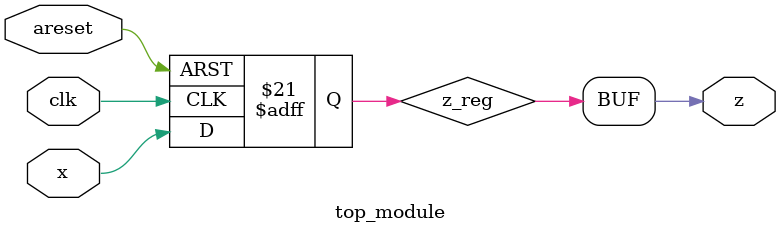
<source format=sv>
module top_module (
    input clk,
    input areset,
    input x,
    output z
);

reg [1:0] state;
reg z_reg;
reg next_state;

parameter A = 2'b00;
parameter B = 2'b01;

always @(posedge clk or posedge areset) begin
    if (areset) begin
        state <= A;
        z_reg <= 1'b0;
    end else begin
        state <= next_state;
        z_reg <= x;
    end
end

always @(state, x) begin
    case(state)
        A: begin
            if (x) begin
                next_state = B;
            end else begin
                next_state = A;
            end
        end
        B: begin
            if (x) begin
                next_state = A;
            end else begin
                next_state = B;
            end
        end
        default: next_state = A;
    endcase
end

assign z = z_reg;

endmodule

</source>
